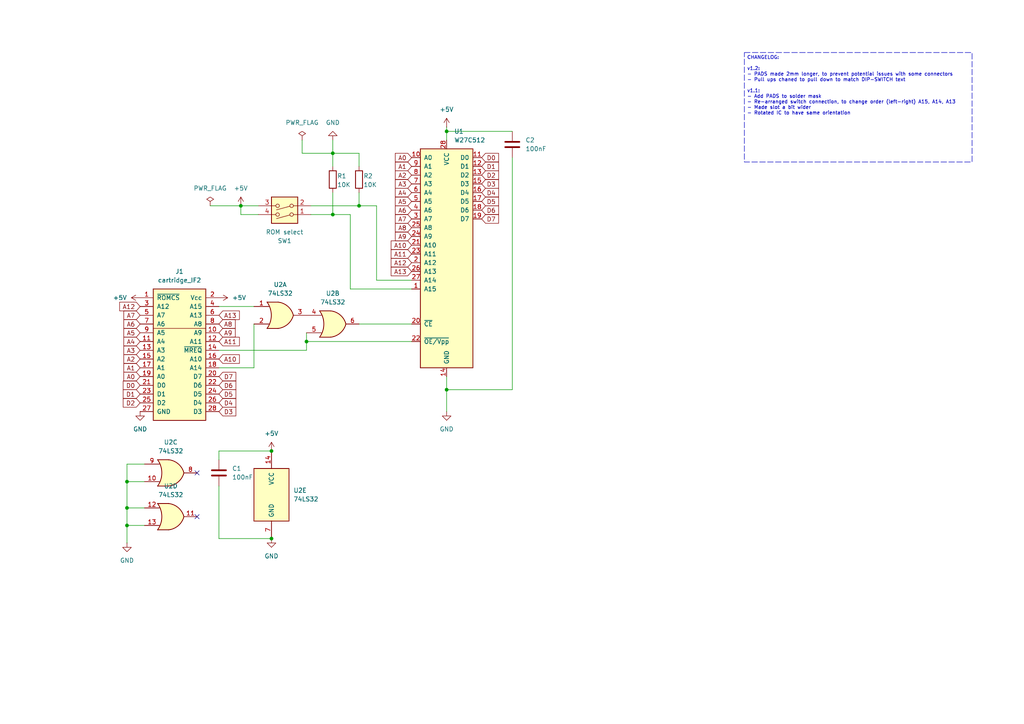
<source format=kicad_sch>
(kicad_sch (version 20231120) (generator "eeschema") (generator_version "8.0")
  (paper "A4")
  (title_block (title "(multi) ROM Cartridge for ZX Interface 2") (date "2024-04-05") (rev "v1"))
  (lib_symbols
    (symbol "74xx:74LS32" (pin_names (offset 1.016))
      (property "Reference" "U" (at 0 1.27 0))
      (property "Value" "74LS32" (at 0 -1.27 0))
      (symbol "74LS32_1_1"
        (arc (start -3.81 -3.81) (mid -2.589 0) (end -3.81 3.81) (stroke (width 0.254)))
        (arc (start -0.6096 -3.81) (mid 2.1842 -2.5851) (end 3.81 0) (stroke (width 0.254)) (fill (type background)))
        (polyline (pts (xy -3.81 -3.81) (xy -0.635 -3.81)) (stroke (width 0.254)) (fill (type background)))
        (polyline (pts (xy -3.81 3.81) (xy -0.635 3.81)) (stroke (width 0.254)) (fill (type background)))
        (polyline (pts (xy -0.635 3.81) (xy -3.81 3.81) (xy -3.81 3.81) (xy -3.556 3.4036) (xy -3.0226 2.2606) (xy -2.6924 1.0414) (xy -2.6162 -0.254) (xy -2.7686 -1.4986) (xy -3.175 -2.7178) (xy -3.81 -3.81) (xy -3.81 -3.81) (xy -0.635 -3.81)) (stroke (width -25.4)) (fill (type background)))
        (arc (start 3.81 0) (mid 2.1915 2.5936) (end -0.6096 3.81) (stroke (width 0.254)) (fill (type background)))
        (pin input line (at -7.62 2.54 0) (length 4.318) (name "~") (number "1"))
        (pin input line (at -7.62 -2.54 0) (length 4.318) (name "~") (number "2"))
        (pin output line (at 7.62 0 180) (length 3.81) (name "~") (number "3"))
      )
      (symbol "74LS32_1_2"
        (arc (start 0 -3.81) (mid 3.7934 0) (end 0 3.81) (stroke (width 0.254)) (fill (type background)))
        (polyline (pts (xy 0 3.81) (xy -3.81 3.81) (xy -3.81 -3.81) (xy 0 -3.81)) (stroke (width 0.254)) (fill (type background)))
        (pin input inverted (at -7.62 2.54 0) (length 3.81) (name "~") (number "1"))
        (pin input inverted (at -7.62 -2.54 0) (length 3.81) (name "~") (number "2"))
        (pin output inverted (at 7.62 0 180) (length 3.81) (name "~") (number "3"))
      )
      (symbol "74LS32_2_1"
        (arc (start -3.81 -3.81) (mid -2.589 0) (end -3.81 3.81) (stroke (width 0.254)))
        (arc (start -0.6096 -3.81) (mid 2.1842 -2.5851) (end 3.81 0) (stroke (width 0.254)) (fill (type background)))
        (polyline (pts (xy -3.81 -3.81) (xy -0.635 -3.81)) (stroke (width 0.254)) (fill (type background)))
        (polyline (pts (xy -3.81 3.81) (xy -0.635 3.81)) (stroke (width 0.254)) (fill (type background)))
        (polyline (pts (xy -0.635 3.81) (xy -3.81 3.81) (xy -3.81 3.81) (xy -3.556 3.4036) (xy -3.0226 2.2606) (xy -2.6924 1.0414) (xy -2.6162 -0.254) (xy -2.7686 -1.4986) (xy -3.175 -2.7178) (xy -3.81 -3.81) (xy -3.81 -3.81) (xy -0.635 -3.81)) (stroke (width -25.4)) (fill (type background)))
        (arc (start 3.81 0) (mid 2.1915 2.5936) (end -0.6096 3.81) (stroke (width 0.254)) (fill (type background)))
        (pin input line (at -7.62 2.54 0) (length 4.318) (name "~") (number "4"))
        (pin input line (at -7.62 -2.54 0) (length 4.318) (name "~") (number "5"))
        (pin output line (at 7.62 0 180) (length 3.81) (name "~") (number "6"))
      )
      (symbol "74LS32_2_2"
        (arc (start 0 -3.81) (mid 3.7934 0) (end 0 3.81) (stroke (width 0.254)) (fill (type background)))
        (polyline (pts (xy 0 3.81) (xy -3.81 3.81) (xy -3.81 -3.81) (xy 0 -3.81)) (stroke (width 0.254)) (fill (type background)))
        (pin input inverted (at -7.62 2.54 0) (length 3.81) (name "~") (number "4"))
        (pin input inverted (at -7.62 -2.54 0) (length 3.81) (name "~") (number "5"))
        (pin output inverted (at 7.62 0 180) (length 3.81) (name "~") (number "6"))
      )
      (symbol "74LS32_3_1"
        (arc (start -3.81 -3.81) (mid -2.589 0) (end -3.81 3.81) (stroke (width 0.254)))
        (arc (start -0.6096 -3.81) (mid 2.1842 -2.5851) (end 3.81 0) (stroke (width 0.254)) (fill (type background)))
        (polyline (pts (xy -3.81 -3.81) (xy -0.635 -3.81)) (stroke (width 0.254)) (fill (type background)))
        (polyline (pts (xy -3.81 3.81) (xy -0.635 3.81)) (stroke (width 0.254)) (fill (type background)))
        (polyline (pts (xy -0.635 3.81) (xy -3.81 3.81) (xy -3.81 3.81) (xy -3.556 3.4036) (xy -3.0226 2.2606) (xy -2.6924 1.0414) (xy -2.6162 -0.254) (xy -2.7686 -1.4986) (xy -3.175 -2.7178) (xy -3.81 -3.81) (xy -3.81 -3.81) (xy -0.635 -3.81)) (stroke (width -25.4)) (fill (type background)))
        (arc (start 3.81 0) (mid 2.1915 2.5936) (end -0.6096 3.81) (stroke (width 0.254)) (fill (type background)))
        (pin input line (at -7.62 -2.54 0) (length 4.318) (name "~") (number "10"))
        (pin output line (at 7.62 0 180) (length 3.81) (name "~") (number "8"))
        (pin input line (at -7.62 2.54 0) (length 4.318) (name "~") (number "9"))
      )
      (symbol "74LS32_3_2"
        (arc (start 0 -3.81) (mid 3.7934 0) (end 0 3.81) (stroke (width 0.254)) (fill (type background)))
        (polyline (pts (xy 0 3.81) (xy -3.81 3.81) (xy -3.81 -3.81) (xy 0 -3.81)) (stroke (width 0.254)) (fill (type background)))
        (pin input inverted (at -7.62 -2.54 0) (length 3.81) (name "~") (number "10"))
        (pin output inverted (at 7.62 0 180) (length 3.81) (name "~") (number "8"))
        (pin input inverted (at -7.62 2.54 0) (length 3.81) (name "~") (number "9"))
      )
      (symbol "74LS32_4_1"
        (arc (start -3.81 -3.81) (mid -2.589 0) (end -3.81 3.81) (stroke (width 0.254)))
        (arc (start -0.6096 -3.81) (mid 2.1842 -2.5851) (end 3.81 0) (stroke (width 0.254)) (fill (type background)))
        (polyline (pts (xy -3.81 -3.81) (xy -0.635 -3.81)) (stroke (width 0.254)) (fill (type background)))
        (polyline (pts (xy -3.81 3.81) (xy -0.635 3.81)) (stroke (width 0.254)) (fill (type background)))
        (polyline (pts (xy -0.635 3.81) (xy -3.81 3.81) (xy -3.81 3.81) (xy -3.556 3.4036) (xy -3.0226 2.2606) (xy -2.6924 1.0414) (xy -2.6162 -0.254) (xy -2.7686 -1.4986) (xy -3.175 -2.7178) (xy -3.81 -3.81) (xy -3.81 -3.81) (xy -0.635 -3.81)) (stroke (width -25.4)) (fill (type background)))
        (arc (start 3.81 0) (mid 2.1915 2.5936) (end -0.6096 3.81) (stroke (width 0.254)) (fill (type background)))
        (pin output line (at 7.62 0 180) (length 3.81) (name "~") (number "11"))
        (pin input line (at -7.62 2.54 0) (length 4.318) (name "~") (number "12"))
        (pin input line (at -7.62 -2.54 0) (length 4.318) (name "~") (number "13"))
      )
      (symbol "74LS32_4_2"
        (arc (start 0 -3.81) (mid 3.7934 0) (end 0 3.81) (stroke (width 0.254)) (fill (type background)))
        (polyline (pts (xy 0 3.81) (xy -3.81 3.81) (xy -3.81 -3.81) (xy 0 -3.81)) (stroke (width 0.254)) (fill (type background)))
        (pin output inverted (at 7.62 0 180) (length 3.81) (name "~") (number "11"))
        (pin input inverted (at -7.62 2.54 0) (length 3.81) (name "~") (number "12"))
        (pin input inverted (at -7.62 -2.54 0) (length 3.81) (name "~") (number "13"))
      )
      (symbol "74LS32_5_0"
        (pin power_in line (at 0 12.7 270) (length 5.08) (name "VCC") (number "14"))
        (pin power_in line (at 0 -12.7 90) (length 5.08) (name "GND") (number "7"))
      )
      (symbol "74LS32_5_1"
        (rectangle (start -5.08 7.62) (end 5.08 -7.62) (stroke (width 0.254)) (fill (type background)))
      )
    )
    (symbol "Device:C" (pin_numbers hide) (pin_names (offset 0.254))
      (property "Reference" "C" (at 0.635 2.54 0))
      (property "Value" "C" (at 0.635 -2.54 0))
      (symbol "C_0_1"
        (polyline (pts (xy -2.032 -0.762) (xy 2.032 -0.762)) (stroke (width 0.508)))
        (polyline (pts (xy -2.032 0.762) (xy 2.032 0.762)) (stroke (width 0.508)))
      )
      (symbol "C_1_1"
        (pin passive line (at 0 3.81 270) (length 2.794) (name "~") (number "1"))
        (pin passive line (at 0 -3.81 90) (length 2.794) (name "~") (number "2"))
      )
    )
    (symbol "Device:R" (pin_numbers hide) (pin_names (offset 0))
      (property "Reference" "R" (at 2.032 0 90))
      (property "Value" "R" (at 0 0 90))
      (symbol "R_0_1"
        (rectangle (start -1.016 -2.54) (end 1.016 2.54) (stroke (width 0.254)))
      )
      (symbol "R_1_1"
        (pin passive line (at 0 3.81 270) (length 1.27) (name "~") (number "1"))
        (pin passive line (at 0 -3.81 90) (length 1.27) (name "~") (number "2"))
      )
    )
    (symbol "Switch:SW_DIP_x02" (pin_names (offset 0) hide)
      (property "Reference" "SW" (at 0 6.35 0))
      (property "Value" "SW_DIP_x02" (at 0 -3.81 0))
      (symbol "SW_DIP_x02_0_0"
        (circle (center -2.032 0) (radius 0.508))
        (circle (center -2.032 2.54) (radius 0.508))
        (polyline (pts (xy -1.524 0.127) (xy 2.3622 1.1684)))
        (polyline (pts (xy -1.524 2.667) (xy 2.3622 3.7084)))
        (circle (center 2.032 0) (radius 0.508))
        (circle (center 2.032 2.54) (radius 0.508))
      )
      (symbol "SW_DIP_x02_0_1"
        (rectangle (start -3.81 5.08) (end 3.81 -2.54) (stroke (width 0.254)) (fill (type background)))
      )
      (symbol "SW_DIP_x02_1_1"
        (pin passive line (at -7.62 2.54 0) (length 5.08) (name "~") (number "1"))
        (pin passive line (at -7.62 0 0) (length 5.08) (name "~") (number "2"))
        (pin passive line (at 7.62 0 180) (length 5.08) (name "~") (number "3"))
        (pin passive line (at 7.62 2.54 180) (length 5.08) (name "~") (number "4"))
      )
    )
    (symbol "ZXINFO_SYMBOL:W27C512" (pin_names (offset 1.016))
      (property "Reference" "U" (at 6.35 33.02 0))
      (property "Value" "W27C512" (at 5.08 -33.02 0))
      (symbol "W27C512_1_1"
        (rectangle (start -7.62 31.75) (end 7.62 -31.75) (stroke (width 0.254)) (fill (type background)))
        (pin input line (at -10.16 -8.89 0) (length 2.54) (name "A15") (number "1"))
        (pin input line (at -10.16 29.21 0) (length 2.54) (name "A0") (number "10"))
        (pin tri_state line (at 10.16 29.21 180) (length 2.54) (name "D0") (number "11"))
        (pin tri_state line (at 10.16 26.67 180) (length 2.54) (name "D1") (number "12"))
        (pin tri_state line (at 10.16 24.13 180) (length 2.54) (name "D2") (number "13"))
        (pin power_in line (at 0 -34.29 90) (length 2.54) (name "GND") (number "14"))
        (pin tri_state line (at 10.16 21.59 180) (length 2.54) (name "D3") (number "15"))
        (pin tri_state line (at 10.16 19.05 180) (length 2.54) (name "D4") (number "16"))
        (pin tri_state line (at 10.16 16.51 180) (length 2.54) (name "D5") (number "17"))
        (pin tri_state line (at 10.16 13.97 180) (length 2.54) (name "D6") (number "18"))
        (pin tri_state line (at 10.16 11.43 180) (length 2.54) (name "D7") (number "19"))
        (pin input line (at -10.16 -1.27 0) (length 2.54) (name "A12") (number "2"))
        (pin input line (at -10.16 -19.05 0) (length 2.54) (name "~{CE}") (number "20"))
        (pin input line (at -10.16 3.81 0) (length 2.54) (name "A10") (number "21"))
        (pin input line (at -10.16 -24.13 0) (length 2.54) (name "~{OE/Vpp}") (number "22"))
        (pin input line (at -10.16 1.27 0) (length 2.54) (name "A11") (number "23"))
        (pin input line (at -10.16 6.35 0) (length 2.54) (name "A9") (number "24"))
        (pin input line (at -10.16 8.89 0) (length 2.54) (name "A8") (number "25"))
        (pin input line (at -10.16 -3.81 0) (length 2.54) (name "A13") (number "26"))
        (pin input line (at -10.16 -6.35 0) (length 2.54) (name "A14") (number "27"))
        (pin power_in line (at 0 34.29 270) (length 2.54) (name "VCC") (number "28"))
        (pin input line (at -10.16 11.43 0) (length 2.54) (name "A7") (number "3"))
        (pin input line (at -10.16 13.97 0) (length 2.54) (name "A6") (number "4"))
        (pin input line (at -10.16 16.51 0) (length 2.54) (name "A5") (number "5"))
        (pin input line (at -10.16 19.05 0) (length 2.54) (name "A4") (number "6"))
        (pin input line (at -10.16 21.59 0) (length 2.54) (name "A3") (number "7"))
        (pin input line (at -10.16 24.13 0) (length 2.54) (name "A2") (number "8"))
        (pin input line (at -10.16 26.67 0) (length 2.54) (name "A1") (number "9"))
      )
    )
    (symbol "ZXINFO_SYMBOL:cartridge_IF2" (pin_names (offset 1.016))
      (property "Reference" "J" (at 1.27 24.13 0))
      (property "Value" "cartridge_IF2" (at 1.27 -16.51 0))
      (symbol "cartridge_IF2_0_1"
        (polyline (pts (xy -6.35 11.43) (xy 8.89 11.43)))
      )
      (symbol "cartridge_IF2_1_1"
        (rectangle (start -6.35 22.86) (end 8.89 -15.24) (stroke (width 0.254)) (fill (type background)))
        (pin passive line (at -10.16 20.32 0) (length 3.81) (name "~{ROMCS}") (number "1"))
        (pin passive line (at 12.7 10.16 180) (length 3.81) (name "A9") (number "10"))
        (pin passive line (at -10.16 7.62 0) (length 3.81) (name "A4") (number "11"))
        (pin passive line (at 12.7 7.62 180) (length 3.81) (name "A11") (number "12"))
        (pin passive line (at -10.16 5.08 0) (length 3.81) (name "A3") (number "13"))
        (pin passive line (at 12.7 5.08 180) (length 3.81) (name "~{MREQ}") (number "14"))
        (pin passive line (at -10.16 2.54 0) (length 3.81) (name "A2") (number "15"))
        (pin passive line (at 12.7 2.54 180) (length 3.81) (name "A10") (number "16"))
        (pin passive line (at -10.16 0 0) (length 3.81) (name "A1") (number "17"))
        (pin passive line (at 12.7 0 180) (length 3.81) (name "A14") (number "18"))
        (pin passive line (at -10.16 -2.54 0) (length 3.81) (name "A0") (number "19"))
        (pin passive line (at 12.7 20.32 180) (length 3.81) (name "Vcc") (number "2"))
        (pin passive line (at 12.7 -2.54 180) (length 3.81) (name "D7") (number "20"))
        (pin passive line (at -10.16 -5.08 0) (length 3.81) (name "D0") (number "21"))
        (pin passive line (at 12.7 -5.08 180) (length 3.81) (name "D6") (number "22"))
        (pin passive line (at -10.16 -7.62 0) (length 3.81) (name "D1") (number "23"))
        (pin passive line (at 12.7 -7.62 180) (length 3.81) (name "D5") (number "24"))
        (pin passive line (at -10.16 -10.16 0) (length 3.81) (name "D2") (number "25"))
        (pin passive line (at 12.7 -10.16 180) (length 3.81) (name "D4") (number "26"))
        (pin passive line (at -10.16 -12.7 0) (length 3.81) (name "GND") (number "27"))
        (pin passive line (at 12.7 -12.7 180) (length 3.81) (name "D3") (number "28"))
        (pin passive line (at -10.16 17.78 0) (length 3.81) (name "A12") (number "3"))
        (pin passive line (at 12.7 17.78 180) (length 3.81) (name "A15") (number "4"))
        (pin passive line (at -10.16 15.24 0) (length 3.81) (name "A7") (number "5"))
        (pin passive line (at 12.7 15.24 180) (length 3.81) (name "A13") (number "6"))
        (pin passive line (at -10.16 12.7 0) (length 3.81) (name "A6") (number "7"))
        (pin passive line (at 12.7 12.7 180) (length 3.81) (name "A8") (number "8"))
        (pin passive line (at -10.16 10.16 0) (length 3.81) (name "A5") (number "9"))
      )
    )
    (symbol "power:+5V" (power) (pin_numbers hide) (pin_names (offset 0) hide)
      (property "Value" "+5V" (at 0 3.556 0))
      (symbol "+5V_0_1"
        (polyline (pts (xy -0.762 1.27) (xy 0 2.54)))
        (polyline (pts (xy 0 0) (xy 0 2.54)))
        (polyline (pts (xy 0 2.54) (xy 0.762 1.27)))
      )
      (symbol "+5V_1_1"
        (pin power_in line (at 0 0 90) (length 0) (name "~") (number "1"))
      )
    )
    (symbol "power:GND" (power) (pin_numbers hide) (pin_names (offset 0) hide)
      (property "Value" "GND" (at 0 -3.81 0))
      (symbol "GND_0_1"
        (polyline (pts (xy 0 0) (xy 0 -1.27) (xy 1.27 -1.27) (xy 0 -2.54) (xy -1.27 -1.27) (xy 0 -1.27)))
      )
      (symbol "GND_1_1"
        (pin power_in line (at 0 0 270) (length 0) (name "~") (number "1"))
      )
    )
    (symbol "power:PWR_FLAG" (power) (pin_numbers hide) (pin_names (offset 0) hide)
      (property "Value" "PWR_FLAG" (at 0 3.81 0))
      (symbol "PWR_FLAG_0_0"
        (pin power_out line (at 0 0 90) (length 0) (name "~") (number "1"))
      )
      (symbol "PWR_FLAG_0_1"
        (polyline (pts (xy 0 0) (xy 0 1.27) (xy -1.016 1.905) (xy 0 2.54) (xy 1.016 1.905) (xy 0 1.27)))
      )
    )
  )
  (junction (at 88.9 99.06))
  (junction (at 36.83 147.32))
  (junction (at 104.14 59.69))
  (junction (at 78.74 130.81))
  (junction (at 129.54 113.03))
  (junction (at 96.52 44.45))
  (junction (at 78.74 156.21))
  (junction (at 129.54 38.1))
  (junction (at 69.85 59.69))
  (junction (at 36.83 139.7))
  (junction (at 96.52 62.23))
  (junction (at 36.83 152.4))
  (no_connect (at 57.15 149.86))
  (no_connect (at 57.15 137.16))
  (wire (pts (xy 129.54 38.1) (xy 148.59 38.1)))
  (wire (pts (xy 90.17 62.23) (xy 96.52 62.23)))
  (wire (pts (xy 109.22 59.69) (xy 109.22 81.28)))
  (wire (pts (xy 109.22 81.28) (xy 119.38 81.28)))
  (wire (pts (xy 36.83 147.32) (xy 41.91 147.32)))
  (wire (pts (xy 36.83 147.32) (xy 36.83 152.4)))
  (wire (pts (xy 119.38 83.82) (xy 101.6 83.82)))
  (wire (pts (xy 36.83 152.4) (xy 41.91 152.4)))
  (wire (pts (xy 36.83 152.4) (xy 36.83 157.48)))
  (wire (pts (xy 36.83 134.62) (xy 36.83 139.7)))
  (wire (pts (xy 63.5 156.21) (xy 78.74 156.21)))
  (wire (pts (xy 87.63 40.64) (xy 87.63 44.45)))
  (wire (pts (xy 101.6 62.23) (xy 101.6 83.82)))
  (wire (pts (xy 129.54 113.03) (xy 148.59 113.03)))
  (wire (pts (xy 129.54 109.22) (xy 129.54 113.03)))
  (wire (pts (xy 96.52 44.45) (xy 96.52 48.26)))
  (wire (pts (xy 90.17 59.69) (xy 104.14 59.69)))
  (wire (pts (xy 109.22 59.69) (xy 104.14 59.69)))
  (wire (pts (xy 41.91 134.62) (xy 36.83 134.62)))
  (wire (pts (xy 36.83 139.7) (xy 36.83 147.32)))
  (wire (pts (xy 63.5 133.35) (xy 63.5 130.81)))
  (wire (pts (xy 129.54 38.1) (xy 129.54 40.64)))
  (wire (pts (xy 88.9 99.06) (xy 119.38 99.06)))
  (wire (pts (xy 96.52 55.88) (xy 96.52 62.23)))
  (wire (pts (xy 104.14 48.26) (xy 104.14 44.45)))
  (wire (pts (xy 88.9 96.52) (xy 88.9 99.06)))
  (wire (pts (xy 69.85 59.69) (xy 74.93 59.69)))
  (wire (pts (xy 104.14 55.88) (xy 104.14 59.69)))
  (wire (pts (xy 96.52 44.45) (xy 104.14 44.45)))
  (wire (pts (xy 63.5 101.6) (xy 88.9 101.6)))
  (wire (pts (xy 101.6 62.23) (xy 96.52 62.23)))
  (wire (pts (xy 87.63 44.45) (xy 96.52 44.45)))
  (wire (pts (xy 96.52 40.64) (xy 96.52 44.45)))
  (wire (pts (xy 69.85 59.69) (xy 69.85 62.23)))
  (wire (pts (xy 74.93 62.23) (xy 69.85 62.23)))
  (wire (pts (xy 148.59 45.72) (xy 148.59 113.03)))
  (wire (pts (xy 60.96 59.69) (xy 69.85 59.69)))
  (wire (pts (xy 63.5 106.68) (xy 73.66 106.68)))
  (wire (pts (xy 129.54 113.03) (xy 129.54 119.38)))
  (wire (pts (xy 63.5 88.9) (xy 73.66 88.9)))
  (wire (pts (xy 36.83 139.7) (xy 41.91 139.7)))
  (wire (pts (xy 73.66 93.98) (xy 73.66 106.68)))
  (wire (pts (xy 88.9 99.06) (xy 88.9 101.6)))
  (wire (pts (xy 63.5 130.81) (xy 78.74 130.81)))
  (wire (pts (xy 63.5 140.97) (xy 63.5 156.21)))
  (wire (pts (xy 129.54 36.83) (xy 129.54 38.1)))
  (wire (pts (xy 104.14 93.98) (xy 119.38 93.98)))
  (text_box "CHANGELOG:\n\nv1.2:\n- PADS made 2mm longer, to prevent potential issues with some connectors\n- Pull ups chaned to pull down to match DIP-SWITCH text\n\nv1.1:\n- Add PADS to solder mask\n- Re-arranged switch connection, to change order (left-right) A15, A14, A13\n- Made slot a bit wider\n- Rotated IC to have same orientation" (at 215.9 15.24 0) (size 66.04 31.75) (stroke (width 0) (type dash)) (effects (font (size 1 1)) (justify left top)))
  (global_label "A10" (shape input) (at 63.5 104.14 0) (property "Intersheetrefs" "${INTERSHEET_REFS}" (effects (hide yes))))
  (global_label "A5" (shape input) (at 119.38 58.42 180) (property "Intersheetrefs" "${INTERSHEET_REFS}" (effects (hide yes))))
  (global_label "A10" (shape input) (at 119.38 71.12 180) (property "Intersheetrefs" "${INTERSHEET_REFS}" (effects (hide yes))))
  (global_label "A11" (shape input) (at 119.38 73.66 180) (property "Intersheetrefs" "${INTERSHEET_REFS}" (effects (hide yes))))
  (global_label "A2" (shape input) (at 40.64 104.14 180) (property "Intersheetrefs" "${INTERSHEET_REFS}" (effects (hide yes))))
  (global_label "A4" (shape input) (at 40.64 99.06 180) (property "Intersheetrefs" "${INTERSHEET_REFS}" (effects (hide yes))))
  (global_label "A8" (shape input) (at 119.38 66.04 180) (property "Intersheetrefs" "${INTERSHEET_REFS}" (effects (hide yes))))
  (global_label "A13" (shape input) (at 119.38 78.74 180) (property "Intersheetrefs" "${INTERSHEET_REFS}" (effects (hide yes))))
  (global_label "A9" (shape input) (at 119.38 68.58 180) (property "Intersheetrefs" "${INTERSHEET_REFS}" (effects (hide yes))))
  (global_label "A3" (shape input) (at 40.64 101.6 180) (property "Intersheetrefs" "${INTERSHEET_REFS}" (effects (hide yes))))
  (global_label "D2" (shape input) (at 139.7 50.8 0) (property "Intersheetrefs" "${INTERSHEET_REFS}" (effects (hide yes))))
  (global_label "D6" (shape input) (at 139.7 60.96 0) (property "Intersheetrefs" "${INTERSHEET_REFS}" (effects (hide yes))))
  (global_label "D7" (shape input) (at 63.5 109.22 0) (property "Intersheetrefs" "${INTERSHEET_REFS}" (effects (hide yes))))
  (global_label "A3" (shape input) (at 119.38 53.34 180) (property "Intersheetrefs" "${INTERSHEET_REFS}" (effects (hide yes))))
  (global_label "A12" (shape input) (at 40.64 88.9 180) (property "Intersheetrefs" "${INTERSHEET_REFS}" (effects (hide yes))))
  (global_label "A6" (shape input) (at 40.64 93.98 180) (property "Intersheetrefs" "${INTERSHEET_REFS}" (effects (hide yes))))
  (global_label "A2" (shape input) (at 119.38 50.8 180) (property "Intersheetrefs" "${INTERSHEET_REFS}" (effects (hide yes))))
  (global_label "D1" (shape input) (at 139.7 48.26 0) (property "Intersheetrefs" "${INTERSHEET_REFS}" (effects (hide yes))))
  (global_label "A7" (shape input) (at 119.38 63.5 180) (property "Intersheetrefs" "${INTERSHEET_REFS}" (effects (hide yes))))
  (global_label "D0" (shape input) (at 40.64 111.76 180) (property "Intersheetrefs" "${INTERSHEET_REFS}" (effects (hide yes))))
  (global_label "D2" (shape input) (at 40.64 116.84 180) (property "Intersheetrefs" "${INTERSHEET_REFS}" (effects (hide yes))))
  (global_label "A5" (shape input) (at 40.64 96.52 180) (property "Intersheetrefs" "${INTERSHEET_REFS}" (effects (hide yes))))
  (global_label "D1" (shape input) (at 40.64 114.3 180) (property "Intersheetrefs" "${INTERSHEET_REFS}" (effects (hide yes))))
  (global_label "A6" (shape input) (at 119.38 60.96 180) (property "Intersheetrefs" "${INTERSHEET_REFS}" (effects (hide yes))))
  (global_label "D4" (shape input) (at 63.5 116.84 0) (property "Intersheetrefs" "${INTERSHEET_REFS}" (effects (hide yes))))
  (global_label "A13" (shape input) (at 63.5 91.44 0) (property "Intersheetrefs" "${INTERSHEET_REFS}" (effects (hide yes))))
  (global_label "D6" (shape input) (at 63.5 111.76 0) (property "Intersheetrefs" "${INTERSHEET_REFS}" (effects (hide yes))))
  (global_label "A12" (shape input) (at 119.38 76.2 180) (property "Intersheetrefs" "${INTERSHEET_REFS}" (effects (hide yes))))
  (global_label "D3" (shape input) (at 139.7 53.34 0) (property "Intersheetrefs" "${INTERSHEET_REFS}" (effects (hide yes))))
  (global_label "A11" (shape input) (at 63.5 99.06 0) (property "Intersheetrefs" "${INTERSHEET_REFS}" (effects (hide yes))))
  (global_label "A8" (shape input) (at 63.5 93.98 0) (property "Intersheetrefs" "${INTERSHEET_REFS}" (effects (hide yes))))
  (global_label "A0" (shape input) (at 119.38 45.72 180) (property "Intersheetrefs" "${INTERSHEET_REFS}" (effects (hide yes))))
  (global_label "A9" (shape input) (at 63.5 96.52 0) (property "Intersheetrefs" "${INTERSHEET_REFS}" (effects (hide yes))))
  (global_label "A4" (shape input) (at 119.38 55.88 180) (property "Intersheetrefs" "${INTERSHEET_REFS}" (effects (hide yes))))
  (global_label "D4" (shape input) (at 139.7 55.88 0) (property "Intersheetrefs" "${INTERSHEET_REFS}" (effects (hide yes))))
  (global_label "D0" (shape input) (at 139.7 45.72 0) (property "Intersheetrefs" "${INTERSHEET_REFS}" (effects (hide yes))))
  (global_label "A7" (shape input) (at 40.64 91.44 180) (property "Intersheetrefs" "${INTERSHEET_REFS}" (effects (hide yes))))
  (global_label "A1" (shape input) (at 40.64 106.68 180) (property "Intersheetrefs" "${INTERSHEET_REFS}" (effects (hide yes))))
  (global_label "D7" (shape input) (at 139.7 63.5 0) (property "Intersheetrefs" "${INTERSHEET_REFS}" (effects (hide yes))))
  (global_label "D5" (shape input) (at 139.7 58.42 0) (property "Intersheetrefs" "${INTERSHEET_REFS}" (effects (hide yes))))
  (global_label "A0" (shape input) (at 40.64 109.22 180) (property "Intersheetrefs" "${INTERSHEET_REFS}" (effects (hide yes))))
  (global_label "D3" (shape input) (at 63.5 119.38 0) (property "Intersheetrefs" "${INTERSHEET_REFS}" (effects (hide yes))))
  (global_label "D5" (shape input) (at 63.5 114.3 0) (property "Intersheetrefs" "${INTERSHEET_REFS}" (effects (hide yes))))
  (global_label "A1" (shape input) (at 119.38 48.26 180) (property "Intersheetrefs" "${INTERSHEET_REFS}" (effects (hide yes))))
  (symbol (lib_id "Device:R") (at 96.52 52.07 0) (unit 1)
    (property "Reference" "R1" (at 97.79 51.054 0) (effects (justify left)))
    (property "Value" "10K" (at 97.79 53.594 0) (effects (justify left)))
    (property "Footprint" "Resistor_THT:R_Axial_DIN0207_L6.3mm_D2.5mm_P10.16mm_Horizontal" (effects (hide yes)))
    (property "Description" "Resistor" (effects (hide yes)))
  )
  (symbol (lib_id "ZXINFO_SYMBOL:cartridge_IF2") (at 50.8 106.68 0) (unit 1)
    (property "Reference" "J1" (at 52.07 78.74 0))
    (property "Value" "cartridge_IF2" (at 52.07 81.28 0))
    (property "Footprint" "ZXINFO_FOOTPRINT:CART_IF2_EDGE" (effects (hide yes)))
    (property "Description" "Generic connector, double row, 02x14, odd/even pin numbering scheme (row 1 odd numbers, row 2 even numbers), script generated (kicad-library-utils/schlib/autogen/connector/)" (effects (hide yes)))
  )
  (symbol (lib_id "power:+5V") (at 63.5 86.36 270) (mirror x) (unit 1)
    (property "Reference" "#PWR010" (effects (hide yes)))
    (property "Value" "+5V" (at 67.31 86.3599 90) (effects (justify left)))
    (property "Description" "Power symbol creates a global label with name \"+5V\"" (effects (hide yes)))
  )
  (symbol (lib_id "Device:C") (at 148.59 41.91 0) (unit 1)
    (property "Reference" "C2" (at 152.4 40.6399 0) (effects (justify left)))
    (property "Value" "100nF" (at 152.4 43.1799 0) (effects (justify left)))
    (property "Footprint" "Capacitor_THT:C_Disc_D3.0mm_W1.6mm_P2.50mm" (effects (hide yes)))
    (property "Description" "Unpolarized capacitor" (effects (hide yes)))
  )
  (symbol (lib_id "power:+5V") (at 69.85 59.69 0) (unit 1)
    (property "Reference" "#PWR011" (effects (hide yes)))
    (property "Value" "+5V" (at 69.85 54.61 0))
    (property "Description" "Power symbol creates a global label with name \"+5V\"" (effects (hide yes)))
  )
  (symbol (lib_id "Device:R") (at 104.14 52.07 0) (unit 1)
    (property "Reference" "R2" (at 105.41 51.054 0) (effects (justify left)))
    (property "Value" "10K" (at 105.41 53.594 0) (effects (justify left)))
    (property "Footprint" "Resistor_THT:R_Axial_DIN0207_L6.3mm_D2.5mm_P10.16mm_Horizontal" (effects (hide yes)))
    (property "Description" "Resistor" (effects (hide yes)))
  )
  (symbol (lib_id "74xx:74LS32") (at 96.52 93.98 0) (unit 2)
    (property "Reference" "U2" (at 96.52 85.09 0))
    (property "Value" "74LS32" (at 96.52 87.63 0))
    (property "Footprint" "Package_DIP:DIP-14_W7.62mm_Socket" (effects (hide yes)))
    (property "Datasheet" "http://www.ti.com/lit/gpn/sn74LS32" (effects (hide yes)))
    (property "Description" "Quad 2-input OR" (effects (hide yes)))
  )
  (symbol (lib_id "Switch:SW_DIP_x02") (at 82.55 59.69 180) (unit 1)
    (property "Reference" "SW1" (at 82.55 69.85 0))
    (property "Value" "ROM select" (at 82.55 67.31 0))
    (property "Footprint" "Button_Switch_THT:SW_DIP_SPSTx02_Slide_6.7x6.64mm_W7.62mm_P2.54mm_LowProfile" (effects (hide yes)))
    (property "Description" "2x DIP Switch, Single Pole Single Throw (SPST) switch, small symbol" (effects (hide yes)))
  )
  (symbol (lib_id "74xx:74LS32") (at 78.74 143.51 0) (unit 5)
    (property "Reference" "U2" (at 85.09 142.2399 0) (effects (justify left)))
    (property "Value" "74LS32" (at 85.09 144.7799 0) (effects (justify left)))
    (property "Footprint" "Package_DIP:DIP-14_W7.62mm_Socket" (effects (hide yes)))
    (property "Datasheet" "http://www.ti.com/lit/gpn/sn74LS32" (effects (hide yes)))
    (property "Description" "Quad 2-input OR" (effects (hide yes)))
  )
  (symbol (lib_id "power:GND") (at 78.74 156.21 0) (unit 1)
    (property "Reference" "#PWR06" (effects (hide yes)))
    (property "Value" "GND" (at 78.74 161.29 0))
    (property "Description" "Power symbol creates a global label with name \"GND\" , ground" (effects (hide yes)))
  )
  (symbol (lib_id "power:+5V") (at 40.64 86.36 90) (unit 1)
    (property "Reference" "#PWR01" (effects (hide yes)))
    (property "Value" "+5V" (at 36.83 86.3599 90) (effects (justify left)))
    (property "Description" "Power symbol creates a global label with name \"+5V\"" (effects (hide yes)))
  )
  (symbol (lib_id "power:GND") (at 40.64 119.38 0) (unit 1)
    (property "Reference" "#PWR09" (effects (hide yes)))
    (property "Value" "GND" (at 40.64 124.46 0))
    (property "Description" "Power symbol creates a global label with name \"GND\" , ground" (effects (hide yes)))
  )
  (symbol (lib_id "power:+5V") (at 78.74 130.81 0) (unit 1)
    (property "Reference" "#PWR07" (effects (hide yes)))
    (property "Value" "+5V" (at 78.74 125.73 0))
    (property "Description" "Power symbol creates a global label with name \"+5V\"" (effects (hide yes)))
  )
  (symbol (lib_id "74xx:74LS32") (at 49.53 149.86 0) (unit 4)
    (property "Reference" "U2" (at 49.53 140.97 0))
    (property "Value" "74LS32" (at 49.53 143.51 0))
    (property "Footprint" "Package_DIP:DIP-14_W7.62mm_Socket" (effects (hide yes)))
    (property "Datasheet" "http://www.ti.com/lit/gpn/sn74LS32" (effects (hide yes)))
    (property "Description" "Quad 2-input OR" (effects (hide yes)))
  )
  (symbol (lib_id "power:GND") (at 96.52 40.64 180) (unit 1)
    (property "Reference" "#PWR02" (effects (hide yes)))
    (property "Value" "GND" (at 96.52 35.56 0))
    (property "Description" "Power symbol creates a global label with name \"GND\" , ground" (effects (hide yes)))
  )
  (symbol (lib_id "power:PWR_FLAG") (at 87.63 40.64 0) (unit 1)
    (property "Reference" "#FLG02" (effects (hide yes)))
    (property "Value" "PWR_FLAG" (at 87.63 35.56 0))
    (property "Description" "Special symbol for telling ERC where power comes from" (effects (hide yes)))
  )
  (symbol (lib_id "ZXINFO_SYMBOL:W27C512") (at 129.54 74.93 0) (unit 1)
    (property "Reference" "U1" (at 131.7341 38.1 0) (effects (justify left)))
    (property "Value" "W27C512" (at 131.7341 40.64 0) (effects (justify left)))
    (property "Footprint" "Package_DIP:DIP-28_W15.24mm_Socket" (effects (hide yes)))
    (property "Description" "64K ×  8 ELECTRICALLY ERASABLE EPROM" (effects (hide yes)))
  )
  (symbol (lib_id "power:GND") (at 129.54 119.38 0) (unit 1)
    (property "Reference" "#PWR04" (effects (hide yes)))
    (property "Value" "GND" (at 129.54 124.46 0))
    (property "Description" "Power symbol creates a global label with name \"GND\" , ground" (effects (hide yes)))
  )
  (symbol (lib_id "74xx:74LS32") (at 49.53 137.16 0) (unit 3)
    (property "Reference" "U2" (at 49.53 128.27 0))
    (property "Value" "74LS32" (at 49.53 130.81 0))
    (property "Footprint" "Package_DIP:DIP-14_W7.62mm_Socket" (effects (hide yes)))
    (property "Datasheet" "http://www.ti.com/lit/gpn/sn74LS32" (effects (hide yes)))
    (property "Description" "Quad 2-input OR" (effects (hide yes)))
  )
  (symbol (lib_id "74xx:74LS32") (at 81.28 91.44 0) (unit 1)
    (property "Reference" "U2" (at 81.28 82.55 0))
    (property "Value" "74LS32" (at 81.28 85.09 0))
    (property "Footprint" "Package_DIP:DIP-14_W7.62mm_Socket" (effects (hide yes)))
    (property "Datasheet" "http://www.ti.com/lit/gpn/sn74LS32" (effects (hide yes)))
    (property "Description" "Quad 2-input OR" (effects (hide yes)))
  )
  (symbol (lib_id "power:PWR_FLAG") (at 60.96 59.69 0) (unit 1)
    (property "Reference" "#FLG01" (effects (hide yes)))
    (property "Value" "PWR_FLAG" (at 60.96 54.61 0))
    (property "Description" "Special symbol for telling ERC where power comes from" (effects (hide yes)))
  )
  (symbol (lib_id "Device:C") (at 63.5 137.16 0) (unit 1)
    (property "Reference" "C1" (at 67.31 135.8899 0) (effects (justify left)))
    (property "Value" "100nF" (at 67.31 138.4299 0) (effects (justify left)))
    (property "Footprint" "Capacitor_THT:C_Disc_D3.0mm_W1.6mm_P2.50mm" (effects (hide yes)))
    (property "Description" "Unpolarized capacitor" (effects (hide yes)))
  )
  (symbol (lib_id "power:+5V") (at 129.54 36.83 0) (unit 1)
    (property "Reference" "#PWR05" (effects (hide yes)))
    (property "Value" "+5V" (at 129.54 31.75 0))
    (property "Description" "Power symbol creates a global label with name \"+5V\"" (effects (hide yes)))
  )
  (symbol (lib_id "power:GND") (at 36.83 157.48 0) (unit 1)
    (property "Reference" "#PWR08" (effects (hide yes)))
    (property "Value" "GND" (at 36.83 162.56 0))
    (property "Description" "Power symbol creates a global label with name \"GND\" , ground" (effects (hide yes)))
  )
)
</source>
